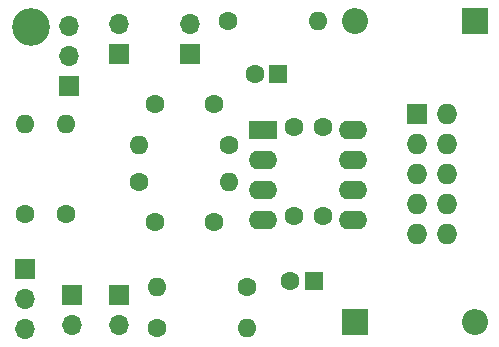
<source format=gbr>
%TF.GenerationSoftware,KiCad,Pcbnew,(6.0.0)*%
%TF.CreationDate,2022-01-09T16:20:31+00:00*%
%TF.ProjectId,aistompboxadapter,61697374-6f6d-4706-926f-786164617074,rev?*%
%TF.SameCoordinates,Original*%
%TF.FileFunction,Soldermask,Top*%
%TF.FilePolarity,Negative*%
%FSLAX46Y46*%
G04 Gerber Fmt 4.6, Leading zero omitted, Abs format (unit mm)*
G04 Created by KiCad (PCBNEW (6.0.0)) date 2022-01-09 16:20:31*
%MOMM*%
%LPD*%
G01*
G04 APERTURE LIST*
%ADD10C,3.200000*%
%ADD11C,1.600000*%
%ADD12R,2.400000X1.600000*%
%ADD13O,2.400000X1.600000*%
%ADD14O,1.700000X1.700000*%
%ADD15R,1.700000X1.700000*%
%ADD16O,1.600000X1.600000*%
%ADD17R,1.727200X1.727200*%
%ADD18O,1.727200X1.727200*%
%ADD19R,2.200000X2.200000*%
%ADD20O,2.200000X2.200000*%
%ADD21R,1.600000X1.600000*%
G04 APERTURE END LIST*
D10*
%TO.C,H1*%
X225500000Y-22500000D03*
%TD*%
D11*
%TO.C,C6*%
X241000000Y-29000000D03*
X236000000Y-29000000D03*
%TD*%
%TO.C,C2*%
X236000000Y-39000000D03*
X241000000Y-39000000D03*
%TD*%
D12*
%TO.C,U1*%
X245200000Y-31200000D03*
D13*
X252820000Y-38820000D03*
X245200000Y-33740000D03*
X252820000Y-36280000D03*
X245200000Y-36280000D03*
X252820000Y-33740000D03*
X245200000Y-38820000D03*
X252820000Y-31200000D03*
%TD*%
D14*
%TO.C,RV2*%
X228700000Y-22420000D03*
X228700000Y-24960000D03*
D15*
X228700000Y-27500000D03*
%TD*%
D14*
%TO.C,RV1*%
X225000000Y-48055000D03*
X225000000Y-45515000D03*
D15*
X225000000Y-42975000D03*
%TD*%
D11*
%TO.C,R7*%
X242190000Y-22000000D03*
D16*
X249810000Y-22000000D03*
%TD*%
D11*
%TO.C,R6*%
X234690000Y-35650000D03*
D16*
X242310000Y-35650000D03*
%TD*%
D11*
%TO.C,R5*%
X242310000Y-32500000D03*
D16*
X234690000Y-32500000D03*
%TD*%
D11*
%TO.C,R4*%
X228500000Y-38310000D03*
D16*
X228500000Y-30690000D03*
%TD*%
D11*
%TO.C,R3*%
X225000000Y-38310000D03*
D16*
X225000000Y-30690000D03*
%TD*%
D11*
%TO.C,R2*%
X236190000Y-48000000D03*
D16*
X243810000Y-48000000D03*
%TD*%
D11*
%TO.C,R1*%
X243810000Y-44500000D03*
D16*
X236190000Y-44500000D03*
%TD*%
D15*
%TO.C,J5*%
X239000000Y-24775000D03*
D14*
X239000000Y-22235000D03*
%TD*%
D15*
%TO.C,J4*%
X229000000Y-45225000D03*
D14*
X229000000Y-47765000D03*
%TD*%
D17*
%TO.C,J3*%
X258230000Y-29920000D03*
D18*
X260770000Y-29920000D03*
X258230000Y-32460000D03*
X260770000Y-32460000D03*
X258230000Y-35000000D03*
X260770000Y-35000000D03*
X258230000Y-37540000D03*
X260770000Y-37540000D03*
X258230000Y-40080000D03*
X260770000Y-40080000D03*
%TD*%
D15*
%TO.C,J2*%
X233000000Y-24775000D03*
D14*
X233000000Y-22235000D03*
%TD*%
D15*
%TO.C,J1*%
X233000000Y-45225000D03*
D14*
X233000000Y-47765000D03*
%TD*%
D19*
%TO.C,D2*%
X263080000Y-22000000D03*
D20*
X252920000Y-22000000D03*
%TD*%
D19*
%TO.C,D1*%
X252920000Y-47500000D03*
D20*
X263080000Y-47500000D03*
%TD*%
D11*
%TO.C,C5*%
X247750000Y-31000000D03*
X250250000Y-31000000D03*
%TD*%
%TO.C,C4*%
X247750000Y-38500000D03*
X250250000Y-38500000D03*
%TD*%
D21*
%TO.C,C3*%
X246455113Y-26500000D03*
D11*
X244455113Y-26500000D03*
%TD*%
D21*
%TO.C,C1*%
X249455113Y-44000000D03*
D11*
X247455113Y-44000000D03*
%TD*%
M02*

</source>
